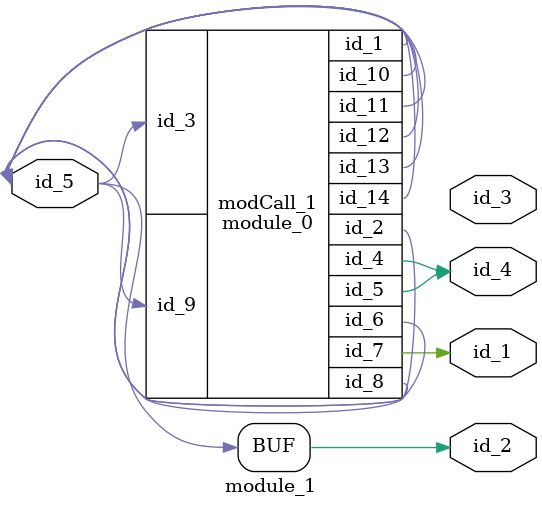
<source format=v>
module module_0 (
    id_1,
    id_2,
    id_3,
    id_4,
    id_5,
    id_6,
    id_7,
    id_8,
    id_9,
    id_10,
    id_11,
    id_12,
    id_13,
    id_14
);
  inout wire id_14;
  inout wire id_13;
  output wire id_12;
  inout wire id_11;
  inout wire id_10;
  input wire id_9;
  output wire id_8;
  output wire id_7;
  output wire id_6;
  output wire id_5;
  output wire id_4;
  input wire id_3;
  inout wire id_2;
  inout wire id_1;
  wire id_15, id_16, id_17;
  assign id_11 = 1;
  wire id_18;
  wire id_19, id_20;
  wire id_21;
endmodule
module module_1 (
    id_1,
    id_2,
    id_3,
    id_4,
    id_5
);
  inout wire id_5;
  output wire id_4;
  output wire id_3;
  output wire id_2;
  output wire id_1;
  module_0 modCall_1 (
      id_5,
      id_5,
      id_5,
      id_4,
      id_4,
      id_2,
      id_1,
      id_5,
      id_5,
      id_5,
      id_5,
      id_2,
      id_5,
      id_5
  );
  assign id_2 = id_5;
endmodule

</source>
